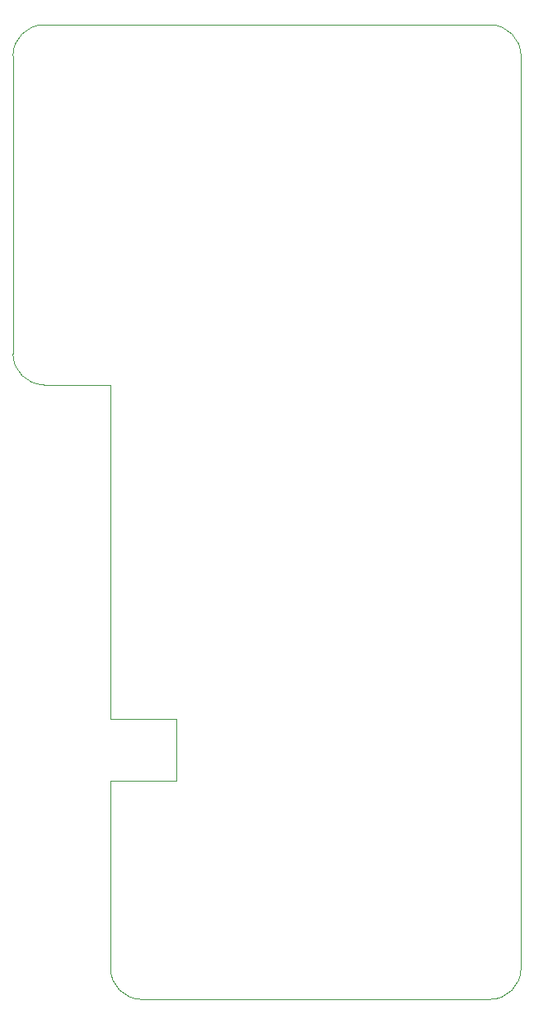
<source format=gbr>
G04 #@! TF.GenerationSoftware,KiCad,Pcbnew,(5.1.9)-1*
G04 #@! TF.CreationDate,2021-06-25T18:31:08+01:00*
G04 #@! TF.ProjectId,Greaseweazle F1 Plus Mini,47726561-7365-4776-9561-7a6c65204631,1*
G04 #@! TF.SameCoordinates,PX6312cb0PY6bcb370*
G04 #@! TF.FileFunction,Profile,NP*
%FSLAX46Y46*%
G04 Gerber Fmt 4.6, Leading zero omitted, Abs format (unit mm)*
G04 Created by KiCad (PCBNEW (5.1.9)-1) date 2021-06-25 18:31:08*
%MOMM*%
%LPD*%
G01*
G04 APERTURE LIST*
G04 #@! TA.AperFunction,Profile*
%ADD10C,0.050000*%
G04 #@! TD*
G04 APERTURE END LIST*
D10*
X6223000Y-25019000D02*
G75*
G02*
X3048000Y-21844000I0J3175000D01*
G01*
X9779000Y-2540000D02*
X9779000Y3810000D01*
X3048000Y-2540000D02*
X3048000Y-21844000D01*
X3048000Y3810000D02*
X9779000Y3810000D01*
X3048000Y-2540000D02*
X9779000Y-2540000D01*
X3048000Y38100000D02*
X3048000Y3810000D01*
X-6985000Y71882000D02*
X-6985000Y41275000D01*
X-3810000Y38100000D02*
X3048000Y38100000D01*
X-3810000Y38100000D02*
G75*
G02*
X-6985000Y41275000I0J3175000D01*
G01*
X-6985000Y71882000D02*
G75*
G02*
X-3810010Y75057000I3175000J0D01*
G01*
X45212000Y-21844020D02*
G75*
G02*
X42037010Y-25019020I-3175000J0D01*
G01*
X42037010Y-25019020D02*
X6223000Y-25019000D01*
X45212000Y71882000D02*
X45212000Y-21844020D01*
X42037000Y75057000D02*
G75*
G02*
X45212000Y71882010I0J-3175000D01*
G01*
X-3810000Y75057000D02*
X42037000Y75057000D01*
M02*

</source>
